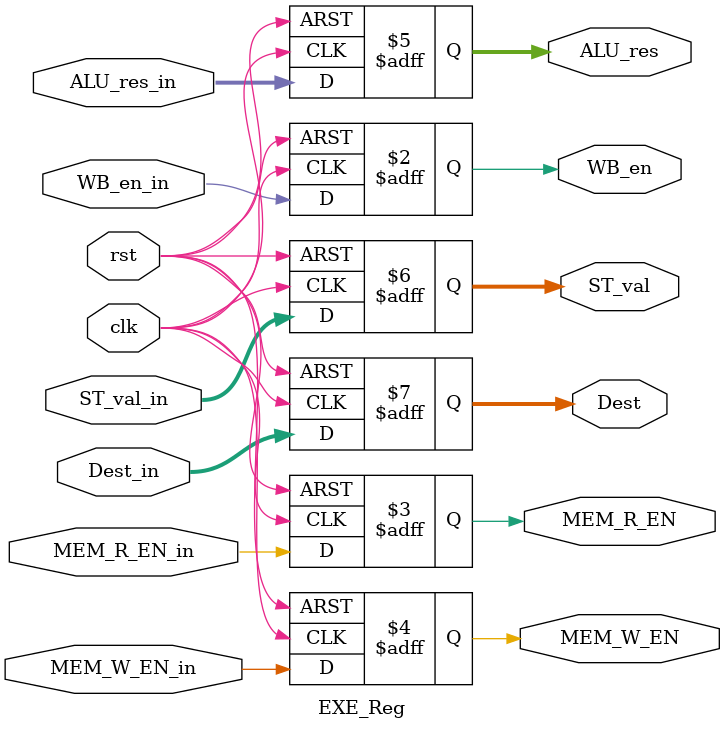
<source format=v>
module EXE_Reg (
    input clk, rst, WB_en_in, MEM_R_EN_in, MEM_W_EN_in, 
    input[31:0] ALU_res_in, ST_val_in,
    input[3:0] Dest_in, 

    output reg WB_en, MEM_R_EN, MEM_W_EN,
    output reg[31:0] ALU_res, ST_val, 
    output reg[3:0] Dest
);

    always @(posedge clk, posedge rst) begin
        if (rst) begin
            ALU_res <= 32'b0; ST_val <= 32'b0;
            Dest <= 4'b0;
            WB_en <= 1'b0; MEM_R_EN <= 1'b0; MEM_W_EN <= 1'b0;
        end else begin
            ALU_res <= ALU_res_in; ST_val <= ST_val_in;
            Dest <= Dest_in;
            WB_en <= WB_en_in; MEM_R_EN <= MEM_R_EN_in; MEM_W_EN <= MEM_W_EN_in;            
        end
    end

endmodule

</source>
